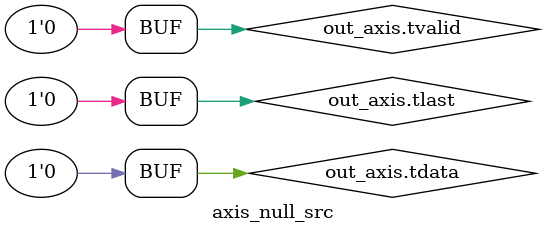
<source format=sv>

module axis_null_src (
                      axis_t.master out_axis
                      );

    logic out_tready; // Discard
    //   
    always_comb begin
        out_axis.tdata  = 0;
        out_axis.tvalid = 0;
        out_axis.tlast  = 0;
        out_tready      = out_axis.tready;
    end
endmodule : axis_null_src

</source>
